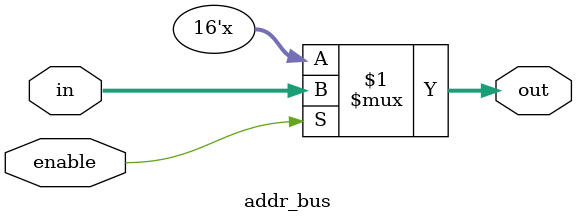
<source format=v>
module addr_bus (in,enable,out); //16 bit address bus as opposed to 8 bit data bus
input wire [15:0] in;
input enable;
output wire [15:0] out;
assign out = enable ? in : 16'bz; //High-impedence if nothing driving the bus. 
endmodule

</source>
